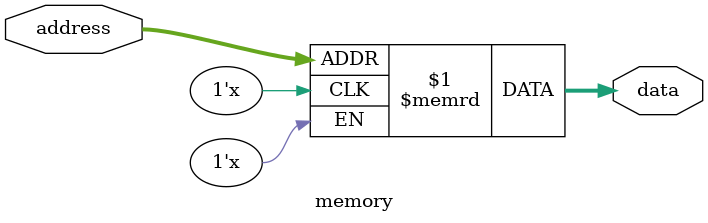
<source format=v>
module memory(output [31:0] data, input [31:0] address);

reg [31:0] mem [1000:0];

assign data = mem[address];

endmodule
</source>
